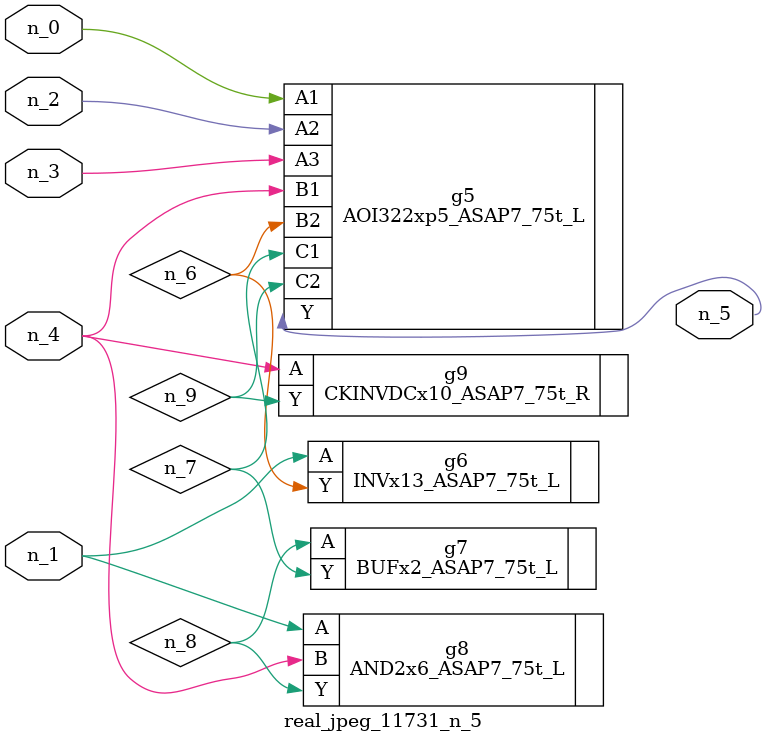
<source format=v>
module real_jpeg_11731_n_5 (n_4, n_0, n_1, n_2, n_3, n_5);

input n_4;
input n_0;
input n_1;
input n_2;
input n_3;

output n_5;

wire n_8;
wire n_6;
wire n_7;
wire n_9;

AOI322xp5_ASAP7_75t_L g5 ( 
.A1(n_0),
.A2(n_2),
.A3(n_3),
.B1(n_4),
.B2(n_6),
.C1(n_7),
.C2(n_9),
.Y(n_5)
);

INVx13_ASAP7_75t_L g6 ( 
.A(n_1),
.Y(n_6)
);

AND2x6_ASAP7_75t_L g8 ( 
.A(n_1),
.B(n_4),
.Y(n_8)
);

CKINVDCx10_ASAP7_75t_R g9 ( 
.A(n_4),
.Y(n_9)
);

BUFx2_ASAP7_75t_L g7 ( 
.A(n_8),
.Y(n_7)
);


endmodule
</source>
